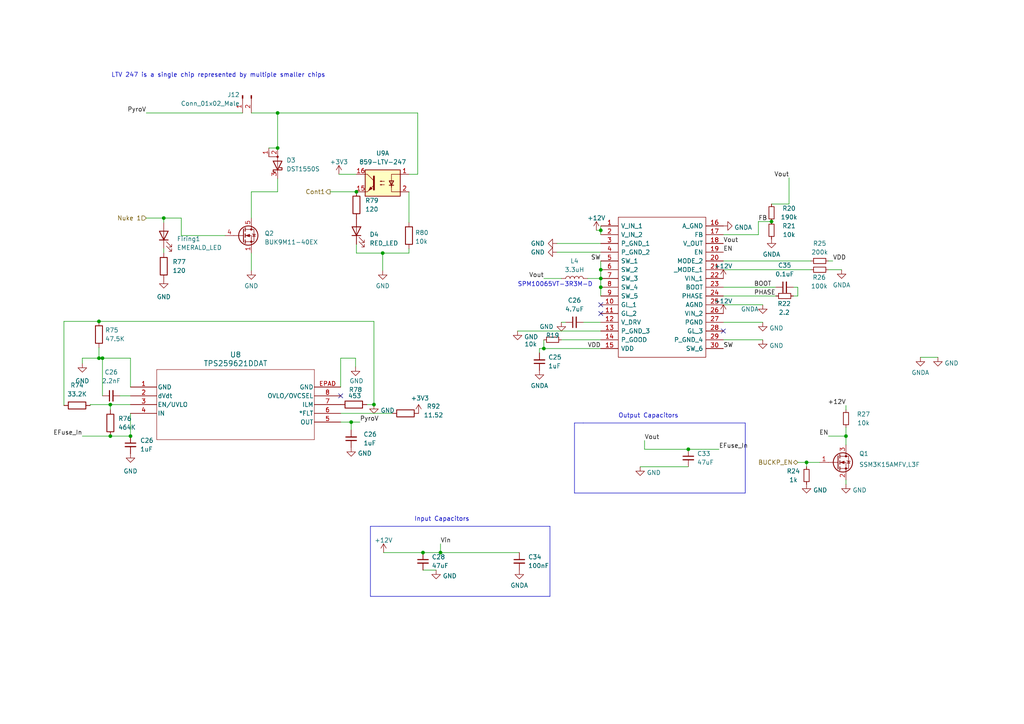
<source format=kicad_sch>
(kicad_sch (version 20230121) (generator eeschema)
  (paper "A4")
  (lib_symbols
    (symbol "Connector:Conn_01x02_Male" (pin_names (offset 1.016) hide)
      (property "Reference" "J" (at 0 2.54 0))
      (property "Value" "Conn_01x02_Male" (at 0 -5.08 0))
      (symbol "Conn_01x02_Male_1_1"
        (polyline (pts (xy 1.27 -2.54) (xy 0.8636 -2.54)) (stroke (width 0.1524)))
        (polyline (pts (xy 1.27 0) (xy 0.8636 0)) (stroke (width 0.1524)))
        (rectangle (start 0.8636 -2.413) (end 0 -2.667) (stroke (width 0.1524)) (fill (type outline)))
        (rectangle (start 0.8636 0.127) (end 0 -0.127) (stroke (width 0.1524)) (fill (type outline)))
        (pin passive line (at 5.08 0 180) (length 3.81) (name "Pin_1") (number "1"))
        (pin passive line (at 5.08 -2.54 180) (length 3.81) (name "Pin_2") (number "2"))
      )
    )
    (symbol "Device:C_Small" (pin_numbers hide) (pin_names (offset 0.254) hide)
      (property "Reference" "C" (at 0.254 1.778 0))
      (property "Value" "C_Small" (at 0.254 -2.032 0))
      (symbol "C_Small_0_1"
        (polyline (pts (xy -1.524 -0.508) (xy 1.524 -0.508)) (stroke (width 0.3302)))
        (polyline (pts (xy -1.524 0.508) (xy 1.524 0.508)) (stroke (width 0.3048)))
      )
      (symbol "C_Small_1_1"
        (pin passive line (at 0 2.54 270) (length 2.032) (name "~") (number "1"))
        (pin passive line (at 0 -2.54 90) (length 2.032) (name "~") (number "2"))
      )
    )
    (symbol "Device:D_Schottky_AAK" (pin_names (offset 0) hide)
      (property "Reference" "D" (at 0 2.54 0))
      (property "Value" "D_Schottky_AAK" (at 0 -2.54 0))
      (symbol "D_Schottky_AAK_0_1"
        (polyline (pts (xy 1.27 1.27) (xy 1.27 -1.27) (xy -1.27 0) (xy 1.27 1.27)) (stroke (width 0.254)))
        (polyline (pts (xy 3.81 2.54) (xy 2.54 2.54) (xy 2.54 0) (xy -1.27 0)))
        (polyline (pts (xy -1.905 0.635) (xy -1.905 1.27) (xy -1.27 1.27) (xy -1.27 -1.27) (xy -0.635 -1.27) (xy -0.635 -0.635)) (stroke (width 0.254)))
        (circle (center 2.54 0) (radius 0.254) (fill (type outline)))
      )
      (symbol "D_Schottky_AAK_1_1"
        (pin passive line (at 5.08 2.54 180) (length 2.54) (name "A") (number "1"))
        (pin passive line (at 5.08 0 180) (length 2.54) (name "A") (number "2"))
        (pin passive line (at -3.81 0 0) (length 2.54) (name "K") (number "3"))
      )
    )
    (symbol "Device:L" (pin_numbers hide) (pin_names (offset 1.016) hide)
      (property "Reference" "L" (at -1.27 0 90))
      (property "Value" "L" (at 1.905 0 90))
      (symbol "L_0_1"
        (arc (start 0 -2.54) (mid 0.6323 -1.905) (end 0 -1.27))
        (arc (start 0 -1.27) (mid 0.6323 -0.635) (end 0 0))
        (arc (start 0 0) (mid 0.6323 0.635) (end 0 1.27))
        (arc (start 0 1.27) (mid 0.6323 1.905) (end 0 2.54))
      )
      (symbol "L_1_1"
        (pin passive line (at 0 3.81 270) (length 1.27) (name "1") (number "1"))
        (pin passive line (at 0 -3.81 90) (length 1.27) (name "2") (number "2"))
      )
    )
    (symbol "Device:LED" (pin_numbers hide) (pin_names (offset 1.016) hide)
      (property "Reference" "D" (at 0 2.54 0))
      (property "Value" "LED" (at 0 -2.54 0))
      (symbol "LED_0_1"
        (polyline (pts (xy -1.27 -1.27) (xy -1.27 1.27)) (stroke (width 0.254)))
        (polyline (pts (xy -1.27 0) (xy 1.27 0)))
        (polyline (pts (xy 1.27 -1.27) (xy 1.27 1.27) (xy -1.27 0) (xy 1.27 -1.27)) (stroke (width 0.254)))
        (polyline (pts (xy -3.048 -0.762) (xy -4.572 -2.286) (xy -3.81 -2.286) (xy -4.572 -2.286) (xy -4.572 -1.524)))
        (polyline (pts (xy -1.778 -0.762) (xy -3.302 -2.286) (xy -2.54 -2.286) (xy -3.302 -2.286) (xy -3.302 -1.524)))
      )
      (symbol "LED_1_1"
        (pin passive line (at -3.81 0 0) (length 2.54) (name "K") (number "1"))
        (pin passive line (at 3.81 0 180) (length 2.54) (name "A") (number "2"))
      )
    )
    (symbol "Device:Q_NMOS_GSD" (pin_names (offset 0) hide)
      (property "Reference" "Q" (at 5.08 1.27 0))
      (property "Value" "Q_NMOS_GSD" (at 5.08 -1.27 0))
      (symbol "Q_NMOS_GSD_0_1"
        (polyline (pts (xy 0.254 0) (xy -2.54 0)))
        (polyline (pts (xy 0.254 1.905) (xy 0.254 -1.905)) (stroke (width 0.254)))
        (polyline (pts (xy 0.762 -1.27) (xy 0.762 -2.286)) (stroke (width 0.254)))
        (polyline (pts (xy 0.762 0.508) (xy 0.762 -0.508)) (stroke (width 0.254)))
        (polyline (pts (xy 0.762 2.286) (xy 0.762 1.27)) (stroke (width 0.254)))
        (polyline (pts (xy 2.54 2.54) (xy 2.54 1.778)))
        (polyline (pts (xy 2.54 -2.54) (xy 2.54 0) (xy 0.762 0)))
        (polyline (pts (xy 0.762 -1.778) (xy 3.302 -1.778) (xy 3.302 1.778) (xy 0.762 1.778)))
        (polyline (pts (xy 1.016 0) (xy 2.032 0.381) (xy 2.032 -0.381) (xy 1.016 0)) (fill (type outline)))
        (polyline (pts (xy 2.794 0.508) (xy 2.921 0.381) (xy 3.683 0.381) (xy 3.81 0.254)))
        (polyline (pts (xy 3.302 0.381) (xy 2.921 -0.254) (xy 3.683 -0.254) (xy 3.302 0.381)))
        (circle (center 1.651 0) (radius 2.794) (stroke (width 0.254)))
        (circle (center 2.54 -1.778) (radius 0.254) (fill (type outline)))
        (circle (center 2.54 1.778) (radius 0.254) (fill (type outline)))
      )
      (symbol "Q_NMOS_GSD_1_1"
        (pin input line (at -5.08 0 0) (length 2.54) (name "G") (number "1"))
        (pin passive line (at 2.54 -5.08 90) (length 2.54) (name "S") (number "2"))
        (pin passive line (at 2.54 5.08 270) (length 2.54) (name "D") (number "3"))
      )
    )
    (symbol "Device:R" (pin_numbers hide) (pin_names (offset 0))
      (property "Reference" "R" (at 2.032 0 90))
      (property "Value" "R" (at 0 0 90))
      (symbol "R_0_1"
        (rectangle (start -1.016 -2.54) (end 1.016 2.54) (stroke (width 0.254)))
      )
      (symbol "R_1_1"
        (pin passive line (at 0 3.81 270) (length 1.27) (name "~") (number "1"))
        (pin passive line (at 0 -3.81 90) (length 1.27) (name "~") (number "2"))
      )
    )
    (symbol "Device:R_Small" (pin_numbers hide) (pin_names (offset 0.254) hide)
      (property "Reference" "R" (at 0.762 0.508 0))
      (property "Value" "R_Small" (at 0.762 -1.016 0))
      (symbol "R_Small_0_1"
        (rectangle (start -0.762 1.778) (end 0.762 -1.778) (stroke (width 0.2032)))
      )
      (symbol "R_Small_1_1"
        (pin passive line (at 0 2.54 270) (length 0.762) (name "~") (number "1"))
        (pin passive line (at 0 -2.54 90) (length 0.762) (name "~") (number "2"))
      )
    )
    (symbol "EFuse:TPS259621DDAT" (pin_names (offset 0.254))
      (property "Reference" "U" (at 30.48 10.16 0))
      (property "Value" "TPS259621DDAT" (at 30.48 7.62 0))
      (symbol "TPS259621DDAT_0_1"
        (polyline (pts (xy 7.62 -15.24) (xy 53.34 -15.24)) (stroke (width 0.127)))
        (polyline (pts (xy 7.62 5.08) (xy 7.62 -15.24)) (stroke (width 0.127)))
        (polyline (pts (xy 53.34 -15.24) (xy 53.34 5.08)) (stroke (width 0.127)))
        (polyline (pts (xy 53.34 5.08) (xy 7.62 5.08)) (stroke (width 0.127)))
        (pin power_out line (at 0 0 0) (length 7.62) (name "GND") (number "1"))
        (pin output line (at 0 -2.54 0) (length 7.62) (name "dVdt") (number "2"))
        (pin input line (at 0 -5.08 0) (length 7.62) (name "EN/UVLO") (number "3"))
        (pin power_in line (at 0 -7.62 0) (length 7.62) (name "IN") (number "4"))
        (pin output line (at 60.96 -10.16 180) (length 7.62) (name "OUT") (number "5"))
        (pin output line (at 60.96 -7.62 180) (length 7.62) (name "*FLT") (number "6"))
        (pin output line (at 60.96 -5.08 180) (length 7.62) (name "ILM") (number "7"))
        (pin input line (at 60.96 -2.54 180) (length 7.62) (name "OVLO/OVCSEL") (number "8"))
        (pin power_out line (at 60.96 0 180) (length 7.62) (name "GND") (number "EPAD"))
      )
    )
    (symbol "Isolator:LTV-247"
      (property "Reference" "U" (at -5.08 5.08 0))
      (property "Value" "LTV-247" (at 0 5.08 0))
      (symbol "LTV-247_0_1"
        (rectangle (start -5.08 3.81) (end 5.08 -3.81) (stroke (width 0.254)) (fill (type background)))
        (polyline (pts (xy -3.175 -0.635) (xy -1.905 -0.635)) (stroke (width 0.254)))
        (polyline (pts (xy 2.54 0.635) (xy 4.445 2.54)))
        (polyline (pts (xy 4.445 -2.54) (xy 2.54 -0.635)) (fill (type outline)))
        (polyline (pts (xy 4.445 -2.54) (xy 5.08 -2.54)))
        (polyline (pts (xy 4.445 2.54) (xy 5.08 2.54)))
        (polyline (pts (xy -2.54 -0.635) (xy -2.54 -2.54) (xy -5.08 -2.54)))
        (polyline (pts (xy 2.54 1.905) (xy 2.54 -1.905) (xy 2.54 -1.905)) (stroke (width 0.508)))
        (polyline (pts (xy -5.08 2.54) (xy -2.54 2.54) (xy -2.54 -1.27) (xy -2.54 0.635)))
        (polyline (pts (xy -2.54 -0.635) (xy -3.175 0.635) (xy -1.905 0.635) (xy -2.54 -0.635)) (stroke (width 0.254)))
        (polyline (pts (xy -0.508 -0.508) (xy 0.762 -0.508) (xy 0.381 -0.635) (xy 0.381 -0.381) (xy 0.762 -0.508)))
        (polyline (pts (xy -0.508 0.508) (xy 0.762 0.508) (xy 0.381 0.381) (xy 0.381 0.635) (xy 0.762 0.508)))
        (polyline (pts (xy 3.048 -1.651) (xy 3.556 -1.143) (xy 4.064 -2.159) (xy 3.048 -1.651) (xy 3.048 -1.651)) (fill (type outline)))
      )
      (symbol "LTV-247_1_1"
        (pin passive line (at -7.62 2.54 0) (length 2.54) (name "~") (number "1"))
        (pin passive line (at 7.62 -2.54 180) (length 2.54) (name "~") (number "15"))
        (pin passive line (at 7.62 2.54 180) (length 2.54) (name "~") (number "16"))
        (pin passive line (at -7.62 -2.54 0) (length 2.54) (name "~") (number "2"))
      )
      (symbol "LTV-247_2_1"
        (pin passive line (at 7.62 -2.54 180) (length 2.54) (name "~") (number "13"))
        (pin passive line (at 7.62 2.54 180) (length 2.54) (name "~") (number "14"))
        (pin passive line (at -7.62 2.54 0) (length 2.54) (name "~") (number "3"))
        (pin passive line (at -7.62 -2.54 0) (length 2.54) (name "~") (number "4"))
      )
      (symbol "LTV-247_3_1"
        (pin passive line (at 7.62 -2.54 180) (length 2.54) (name "~") (number "11"))
        (pin passive line (at 7.62 2.54 180) (length 2.54) (name "~") (number "12"))
        (pin passive line (at -7.62 2.54 0) (length 2.54) (name "~") (number "5"))
        (pin passive line (at -7.62 -2.54 0) (length 2.54) (name "~") (number "6"))
      )
      (symbol "LTV-247_4_1"
        (pin passive line (at 7.62 2.54 180) (length 2.54) (name "~") (number "10"))
        (pin passive line (at -7.62 2.54 0) (length 2.54) (name "~") (number "7"))
        (pin passive line (at -7.62 -2.54 0) (length 2.54) (name "~") (number "8"))
        (pin passive line (at 7.62 -2.54 180) (length 2.54) (name "~") (number "9"))
      )
    )
    (symbol "Transistor_FET:BUK9M11-40EX" (pin_names hide)
      (property "Reference" "Q" (at 5.08 1.905 0))
      (property "Value" "BUK9M11-40EX" (at 5.08 0 0))
      (symbol "BUK9M11-40EX_0_1"
        (polyline (pts (xy 0.254 0) (xy -2.54 0)))
        (polyline (pts (xy 0.254 1.905) (xy 0.254 -1.905)) (stroke (width 0.254)))
        (polyline (pts (xy 0.762 -1.27) (xy 0.762 -2.286)) (stroke (width 0.254)))
        (polyline (pts (xy 0.762 0.508) (xy 0.762 -0.508)) (stroke (width 0.254)))
        (polyline (pts (xy 0.762 2.286) (xy 0.762 1.27)) (stroke (width 0.254)))
        (polyline (pts (xy 2.54 2.54) (xy 2.54 1.778)))
        (polyline (pts (xy 2.54 -2.54) (xy 2.54 0) (xy 0.762 0)))
        (polyline (pts (xy 0.762 -1.778) (xy 3.302 -1.778) (xy 3.302 1.778) (xy 0.762 1.778)))
        (polyline (pts (xy 1.016 0) (xy 2.032 0.381) (xy 2.032 -0.381) (xy 1.016 0)) (fill (type outline)))
        (polyline (pts (xy 2.794 0.508) (xy 2.921 0.381) (xy 3.683 0.381) (xy 3.81 0.254)))
        (polyline (pts (xy 3.302 0.381) (xy 2.921 -0.254) (xy 3.683 -0.254) (xy 3.302 0.381)))
        (circle (center 1.651 0) (radius 2.794) (stroke (width 0.254)))
        (circle (center 2.54 -1.778) (radius 0.254) (fill (type outline)))
        (circle (center 2.54 1.778) (radius 0.254) (fill (type outline)))
      )
      (symbol "BUK9M11-40EX_1_1"
        (pin passive line (at 2.54 -5.08 90) (length 2.54) (name "S") (number "1"))
        (pin passive line (at 2.54 -5.08 90) (length 2.54) hide (name "S") (number "2"))
        (pin passive line (at 2.54 -5.08 90) (length 2.54) hide (name "S") (number "3"))
        (pin passive line (at -5.08 0 0) (length 2.54) (name "G") (number "4"))
        (pin passive line (at 2.54 5.08 270) (length 2.54) (name "D") (number "5"))
      )
    )
    (symbol "iclr:SiC437BED-T1-GE3" (pin_names (offset 0.762))
      (property "Reference" "IC" (at 31.75 7.62 0))
      (property "Value" "SiC437BED-T1-GE3" (at 31.75 5.08 0))
      (symbol "SiC437BED-T1-GE3_0_0"
        (pin passive line (at 0 0 0) (length 5.08) (name "V_IN_1") (number "1"))
        (pin passive line (at 0 -22.86 0) (length 5.08) (name "GL_1") (number "10"))
        (pin passive line (at 0 -25.4 0) (length 5.08) (name "GL_2") (number "11"))
        (pin passive line (at 0 -27.94 0) (length 5.08) (name "V_DRV") (number "12"))
        (pin passive line (at 0 -30.48 0) (length 5.08) (name "P_GND_3") (number "13"))
        (pin passive line (at 0 -33.02 0) (length 5.08) (name "P_GOOD") (number "14"))
        (pin passive line (at 0 -35.56 0) (length 5.08) (name "VDD") (number "15"))
        (pin passive line (at 35.56 0 180) (length 5.08) (name "A_GND") (number "16"))
        (pin passive line (at 35.56 -2.54 180) (length 5.08) (name "FB") (number "17"))
        (pin passive line (at 35.56 -5.08 180) (length 5.08) (name "V_OUT") (number "18"))
        (pin passive line (at 35.56 -7.62 180) (length 5.08) (name "EN") (number "19"))
        (pin passive line (at 0 -2.54 0) (length 5.08) (name "V_IN_2") (number "2"))
        (pin passive line (at 35.56 -10.16 180) (length 5.08) (name "MODE_2") (number "20"))
        (pin passive line (at 35.56 -12.7 180) (length 5.08) (name "_MODE_1") (number "21"))
        (pin passive line (at 35.56 -15.24 180) (length 5.08) (name "VIN_1") (number "22"))
        (pin passive line (at 35.56 -17.78 180) (length 5.08) (name "BOOT") (number "23"))
        (pin passive line (at 35.56 -20.32 180) (length 5.08) (name "PHASE") (number "24"))
        (pin passive line (at 35.56 -22.86 180) (length 5.08) (name "AGND") (number "25"))
        (pin passive line (at 35.56 -25.4 180) (length 5.08) (name "VIN_2") (number "26"))
        (pin passive line (at 35.56 -27.94 180) (length 5.08) (name "PGND") (number "27"))
        (pin passive line (at 35.56 -30.48 180) (length 5.08) (name "GL_3") (number "28"))
        (pin passive line (at 35.56 -33.02 180) (length 5.08) (name "P_GND_4") (number "29"))
        (pin passive line (at 0 -5.08 0) (length 5.08) (name "P_GND_1") (number "3"))
        (pin passive line (at 35.56 -35.56 180) (length 5.08) (name "SW_6") (number "30"))
        (pin passive line (at 0 -7.62 0) (length 5.08) (name "P_GND_2") (number "4"))
        (pin passive line (at 0 -10.16 0) (length 5.08) (name "SW_1") (number "5"))
        (pin passive line (at 0 -12.7 0) (length 5.08) (name "SW_2") (number "6"))
        (pin passive line (at 0 -15.24 0) (length 5.08) (name "SW_3") (number "7"))
        (pin passive line (at 0 -17.78 0) (length 5.08) (name "SW_4") (number "8"))
        (pin passive line (at 0 -20.32 0) (length 5.08) (name "SW_5") (number "9"))
      )
      (symbol "SiC437BED-T1-GE3_0_1"
        (polyline (pts (xy 5.08 2.54) (xy 30.48 2.54) (xy 30.48 -38.1) (xy 5.08 -38.1) (xy 5.08 2.54)) (stroke (width 0.1524)))
      )
    )
    (symbol "power:+12V" (power) (pin_names (offset 0))
      (property "Value" "+12V" (at 0 3.556 0))
      (symbol "+12V_0_1"
        (polyline (pts (xy -0.762 1.27) (xy 0 2.54)))
        (polyline (pts (xy 0 0) (xy 0 2.54)))
        (polyline (pts (xy 0 2.54) (xy 0.762 1.27)))
      )
      (symbol "+12V_1_1"
        (pin power_in line (at 0 0 90) (length 0) hide (name "+12V") (number "1"))
      )
    )
    (symbol "power:+3.3V" (power) (pin_names (offset 0))
      (property "Value" "+3.3V" (at 0 3.556 0))
      (symbol "+3.3V_0_1"
        (polyline (pts (xy -0.762 1.27) (xy 0 2.54)))
        (polyline (pts (xy 0 0) (xy 0 2.54)))
        (polyline (pts (xy 0 2.54) (xy 0.762 1.27)))
      )
      (symbol "+3.3V_1_1"
        (pin power_in line (at 0 0 90) (length 0) hide (name "+3V3") (number "1"))
      )
    )
    (symbol "power:+3V3" (power) (pin_names (offset 0))
      (property "Value" "+3V3" (at 0 3.556 0))
      (symbol "+3V3_0_1"
        (polyline (pts (xy -0.762 1.27) (xy 0 2.54)))
        (polyline (pts (xy 0 0) (xy 0 2.54)))
        (polyline (pts (xy 0 2.54) (xy 0.762 1.27)))
      )
      (symbol "+3V3_1_1"
        (pin power_in line (at 0 0 90) (length 0) hide (name "+3V3") (number "1"))
      )
    )
    (symbol "power:GND" (power) (pin_names (offset 0))
      (property "Value" "GND" (at 0 -3.81 0))
      (symbol "GND_0_1"
        (polyline (pts (xy 0 0) (xy 0 -1.27) (xy 1.27 -1.27) (xy 0 -2.54) (xy -1.27 -1.27) (xy 0 -1.27)))
      )
      (symbol "GND_1_1"
        (pin power_in line (at 0 0 270) (length 0) hide (name "GND") (number "1"))
      )
    )
    (symbol "power:GNDA" (power) (pin_names (offset 0))
      (property "Value" "GNDA" (at 0 -3.81 0))
      (symbol "GNDA_0_1"
        (polyline (pts (xy 0 0) (xy 0 -1.27) (xy 1.27 -1.27) (xy 0 -2.54) (xy -1.27 -1.27) (xy 0 -1.27)))
      )
      (symbol "GNDA_1_1"
        (pin power_in line (at 0 0 270) (length 0) hide (name "GNDA") (number "1"))
      )
    )
  )
  (junction (at 223.774 64.262))
  (junction (at 233.934 134.112))
  (junction (at 29.718 103.886))
  (junction (at 28.702 103.886))
  (junction (at 103.378 55.626))
  (junction (at 101.854 122.428))
  (junction (at 80.518 42.926))
  (junction (at 245.364 126.492))
  (junction (at 157.734 101.092))
  (junction (at 127.762 160.274))
  (junction (at 174.244 83.312))
  (junction (at 32.004 117.348))
  (junction (at 174.244 66.802))
  (junction (at 174.244 80.772))
  (junction (at 174.244 78.232))
  (junction (at 37.846 126.492))
  (junction (at 80.518 32.766))
  (junction (at 28.702 93.218))
  (junction (at 47.498 63.246))
  (junction (at 199.644 130.302))
  (junction (at 32.004 126.492))
  (junction (at 122.682 160.274))
  (junction (at 110.998 73.406))
  (junction (at 108.458 117.348))
  (no_connect (at 174.244 90.932))
  (no_connect (at 174.244 88.392))
  (no_connect (at 209.804 96.012))
  (no_connect (at 98.806 114.808))
  (wire (pts (xy 52.578 68.326) (xy 65.278 68.326)))
  (wire (pts (xy 156.464 101.092) (xy 156.464 102.362)))
  (wire (pts (xy 121.158 50.546) (xy 118.618 50.546)))
  (wire (pts (xy 186.944 130.302) (xy 199.644 130.302)))
  (wire (pts (xy 228.854 51.562) (xy 228.854 59.182)))
  (polyline (pts (xy 159.512 152.654) (xy 159.512 172.974)))
  (wire (pts (xy 174.244 83.312) (xy 174.244 85.852)))
  (wire (pts (xy 52.578 63.246) (xy 52.578 68.326)))
  (wire (pts (xy 185.674 135.382) (xy 199.644 135.382)))
  (wire (pts (xy 26.162 117.348) (xy 26.162 117.602)))
  (wire (pts (xy 80.518 32.766) (xy 121.158 32.766)))
  (wire (pts (xy 98.298 50.546) (xy 103.378 50.546)))
  (wire (pts (xy 169.164 93.472) (xy 174.244 93.472)))
  (wire (pts (xy 37.846 119.888) (xy 37.846 126.492)))
  (polyline (pts (xy 166.624 122.682) (xy 169.164 122.682)))
  (wire (pts (xy 47.498 63.246) (xy 52.578 63.246)))
  (wire (pts (xy 47.498 72.136) (xy 47.498 73.406)))
  (wire (pts (xy 72.898 73.406) (xy 72.898 78.486)))
  (wire (pts (xy 72.898 55.626) (xy 72.898 63.246)))
  (wire (pts (xy 219.964 64.262) (xy 223.774 64.262)))
  (wire (pts (xy 98.806 119.888) (xy 113.792 119.888)))
  (wire (pts (xy 209.804 68.072) (xy 219.964 68.072)))
  (wire (pts (xy 161.544 73.152) (xy 174.244 73.152)))
  (wire (pts (xy 245.364 123.952) (xy 245.364 126.492)))
  (wire (pts (xy 231.394 83.312) (xy 231.394 85.852)))
  (wire (pts (xy 118.618 72.136) (xy 118.618 73.406)))
  (wire (pts (xy 233.934 135.382) (xy 233.934 134.112)))
  (wire (pts (xy 150.114 96.012) (xy 174.244 96.012)))
  (wire (pts (xy 37.846 103.886) (xy 29.718 103.886)))
  (wire (pts (xy 157.734 101.092) (xy 156.464 101.092)))
  (wire (pts (xy 228.854 59.182) (xy 223.774 59.182)))
  (wire (pts (xy 111.252 160.274) (xy 122.682 160.274)))
  (wire (pts (xy 245.364 129.032) (xy 245.364 126.492)))
  (polyline (pts (xy 166.624 143.002) (xy 166.624 122.682)))
  (wire (pts (xy 221.234 98.552) (xy 209.804 98.552)))
  (wire (pts (xy 103.378 73.406) (xy 110.998 73.406)))
  (wire (pts (xy 72.898 32.766) (xy 80.518 32.766)))
  (wire (pts (xy 37.846 117.348) (xy 32.004 117.348)))
  (wire (pts (xy 172.974 66.802) (xy 174.244 66.802)))
  (wire (pts (xy 42.418 32.766) (xy 70.358 32.766)))
  (wire (pts (xy 161.544 70.612) (xy 174.244 70.612)))
  (wire (pts (xy 231.394 85.852) (xy 230.124 85.852)))
  (wire (pts (xy 221.234 93.472) (xy 209.804 93.472)))
  (wire (pts (xy 80.518 32.766) (xy 80.518 42.926)))
  (wire (pts (xy 106.426 117.348) (xy 108.458 117.348)))
  (wire (pts (xy 219.964 64.262) (xy 219.964 68.072)))
  (wire (pts (xy 240.284 75.692) (xy 241.554 75.692)))
  (wire (pts (xy 23.876 126.492) (xy 32.004 126.492)))
  (wire (pts (xy 32.004 117.348) (xy 26.162 117.348)))
  (wire (pts (xy 231.394 134.112) (xy 233.934 134.112)))
  (polyline (pts (xy 109.982 152.654) (xy 159.512 152.654)))
  (polyline (pts (xy 159.512 172.974) (xy 107.442 172.974)))
  (wire (pts (xy 231.394 83.312) (xy 230.124 83.312)))
  (wire (pts (xy 127.762 157.734) (xy 127.762 160.274)))
  (wire (pts (xy 98.806 112.268) (xy 98.806 103.886)))
  (wire (pts (xy 157.734 80.772) (xy 162.814 80.772)))
  (wire (pts (xy 42.418 63.246) (xy 47.498 63.246)))
  (polyline (pts (xy 216.154 122.682) (xy 216.154 143.002)))
  (wire (pts (xy 221.234 88.392) (xy 209.804 88.392)))
  (wire (pts (xy 235.204 78.232) (xy 209.804 78.232)))
  (wire (pts (xy 209.804 85.852) (xy 225.044 85.852)))
  (wire (pts (xy 174.244 78.232) (xy 174.244 80.772)))
  (wire (pts (xy 77.978 42.926) (xy 80.518 42.926)))
  (wire (pts (xy 157.734 98.552) (xy 157.734 101.092)))
  (wire (pts (xy 174.244 66.802) (xy 174.244 68.072)))
  (wire (pts (xy 233.934 134.112) (xy 237.744 134.112)))
  (wire (pts (xy 122.682 160.274) (xy 127.762 160.274)))
  (wire (pts (xy 47.498 63.246) (xy 47.498 64.516)))
  (wire (pts (xy 157.734 101.092) (xy 174.244 101.092)))
  (wire (pts (xy 199.644 130.302) (xy 208.534 130.302)))
  (wire (pts (xy 101.854 122.428) (xy 104.394 122.428)))
  (wire (pts (xy 28.702 93.218) (xy 108.458 93.218)))
  (wire (pts (xy 32.004 126.492) (xy 37.846 126.492)))
  (wire (pts (xy 245.364 118.872) (xy 245.364 117.602)))
  (wire (pts (xy 174.244 65.532) (xy 174.244 66.802)))
  (wire (pts (xy 37.846 112.268) (xy 37.846 103.886)))
  (wire (pts (xy 240.284 78.232) (xy 244.094 78.232)))
  (wire (pts (xy 209.804 83.312) (xy 225.044 83.312)))
  (wire (pts (xy 245.364 140.462) (xy 245.364 139.192)))
  (wire (pts (xy 162.814 93.472) (xy 164.084 93.472)))
  (wire (pts (xy 110.998 73.406) (xy 110.998 78.486)))
  (wire (pts (xy 235.204 75.692) (xy 209.804 75.692)))
  (polyline (pts (xy 107.442 152.654) (xy 109.982 152.654)))
  (wire (pts (xy 240.284 126.492) (xy 245.364 126.492)))
  (wire (pts (xy 121.158 32.766) (xy 121.158 50.546)))
  (wire (pts (xy 108.458 93.218) (xy 108.458 117.348)))
  (wire (pts (xy 29.718 103.886) (xy 29.718 114.808)))
  (wire (pts (xy 18.542 117.602) (xy 18.542 93.218)))
  (wire (pts (xy 103.378 70.866) (xy 103.378 73.406)))
  (wire (pts (xy 34.798 114.808) (xy 37.846 114.808)))
  (polyline (pts (xy 169.164 122.682) (xy 216.154 122.682)))
  (wire (pts (xy 110.998 73.406) (xy 118.618 73.406)))
  (wire (pts (xy 98.806 122.428) (xy 101.854 122.428)))
  (wire (pts (xy 101.854 122.428) (xy 101.854 124.714)))
  (wire (pts (xy 162.814 98.552) (xy 174.244 98.552)))
  (wire (pts (xy 28.702 100.838) (xy 28.702 103.886)))
  (wire (pts (xy 98.806 103.886) (xy 103.124 103.886)))
  (polyline (pts (xy 216.154 143.002) (xy 166.624 143.002)))
  (wire (pts (xy 118.618 55.626) (xy 118.618 64.516)))
  (wire (pts (xy 32.004 117.348) (xy 32.004 118.872)))
  (wire (pts (xy 80.518 51.816) (xy 80.518 55.626)))
  (polyline (pts (xy 107.442 172.974) (xy 107.442 152.654)))
  (wire (pts (xy 127.762 160.274) (xy 150.622 160.274)))
  (wire (pts (xy 18.542 93.218) (xy 28.702 93.218)))
  (wire (pts (xy 29.718 103.886) (xy 28.702 103.886)))
  (wire (pts (xy 266.954 103.632) (xy 272.034 103.632)))
  (wire (pts (xy 23.876 103.886) (xy 28.702 103.886)))
  (wire (pts (xy 174.244 75.692) (xy 174.244 78.232)))
  (wire (pts (xy 170.434 80.772) (xy 174.244 80.772)))
  (wire (pts (xy 186.944 127.762) (xy 186.944 130.302)))
  (wire (pts (xy 103.124 103.886) (xy 103.124 106.426)))
  (wire (pts (xy 72.898 55.626) (xy 80.518 55.626)))
  (wire (pts (xy 23.876 103.886) (xy 23.876 105.41)))
  (wire (pts (xy 174.244 80.772) (xy 174.244 83.312)))
  (wire (pts (xy 95.758 55.626) (xy 103.378 55.626)))
  (wire (pts (xy 122.682 165.354) (xy 126.492 165.354)))
  (text "SPM10065VT-3R3M-D" (at 150.114 83.312 0) (effects (font (size 1.27 1.27)) (justify left bottom)))
  (text "LTV 247 is a single chip represented by multiple smaller chips" (at 32.258 22.606 0) (effects (font (size 1.27 1.27)) (justify left bottom)))
  (text "Input Capacitors\n" (at 120.142 151.384 0) (effects (font (size 1.27 1.27)) (justify left bottom)))
  (text "Output Capacitors\n" (at 179.324 121.412 0) (effects (font (size 1.27 1.27)) (justify left bottom)))
  (label "EN" (at 240.284 126.492 180))
  (label "FB" (at 219.964 64.262 0))
  (label "EFuse_In" (at 23.876 126.492 180))
  (label "Vout" (at 228.854 51.562 180))
  (label "Vout" (at 186.944 127.762 0))
  (label "PyroV" (at 104.394 122.428 0))
  (label "BOOT" (at 223.774 83.312 180))
  (label "+12V" (at 245.364 117.602 180))
  (label "EN" (at 209.804 73.152 0))
  (label "VDD" (at 241.554 75.692 0))
  (label "Vin" (at 127.762 157.734 0))
  (label "EFuse_In" (at 208.534 130.302 0))
  (label "VDD" (at 174.244 101.092 180))
  (label "SW" (at 209.804 101.092 0))
  (label "PHASE" (at 218.694 85.852 0))
  (label "PyroV" (at 42.418 32.766 180))
  (label "Vout" (at 157.734 80.772 180))
  (label "Vout" (at 209.804 70.612 0))
  (label "SW" (at 174.244 75.692 180))
  (hierarchical_label "Cont1" (shape output) (at 95.758 55.626 180))
  (hierarchical_label "Nuke 1" (shape input) (at 42.418 63.246 180))
  (hierarchical_label "BUCKP_EN" (shape bidirectional) (at 231.394 134.112 180))
  (symbol (lib_id "Connector:Conn_01x02_Male") (at 70.358 27.686 90) (mirror x) (unit 1)
    (property "Reference" "J12" (at 69.5198 27.4863 90) (effects (justify left)))
    (property "Value" "Conn_01x02_Male" (at 69.5198 30.0232 90) (effects (justify left)))
    (property "Footprint" "TerminalBlock_Phoenix:TerminalBlock_Phoenix_PT-1,5-2-3.5-H_1x02_P3.50mm_Horizontal" (effects hide))
  )
  (symbol (lib_id "power:GND") (at 272.034 103.632 0) (unit 1)
    (property "Reference" "#PWR067" (effects hide))
    (property "Value" "GND" (at 273.939 105.3358 0) (effects (justify left)))
    (instances (project "Ricardo-Stark" (path "" (reference "#PWR067") (unit 1)) (path "" (reference "#PWR0167") (unit 1))))
  )
  (symbol (lib_id "power:GNDA") (at 221.234 88.392 0) (unit 1)
    (property "Reference" "#PWR059" (effects hide))
    (property "Value" "GNDA" (at 214.884 89.662 0) (effects (justify left)))
    (instances (project "Ricardo-Stark" (path "" (reference "#PWR059") (unit 1)) (path "" (reference "#PWR0159") (unit 1))))
  )
  (symbol (lib_id "power:+12V") (at 209.804 80.772 0) (unit 1)
    (property "Reference" "#PWR068" (effects hide))
    (property "Value" "+12V" (at 209.804 77.1962 0))
    (instances (project "Ricardo-Stark" (path "" (reference "#PWR068") (unit 1)) (path "" (reference "#PWR0157") (unit 1))))
  )
  (symbol (lib_id "power:GND") (at 126.492 165.354 0) (unit 1)
    (property "Reference" "#PWR064" (effects hide))
    (property "Value" "GND" (at 128.397 167.0578 0) (effects (justify left)))
    (instances (project "Ricardo-Stark" (path "" (reference "#PWR064") (unit 1)) (path "" (reference "#PWR0176") (unit 1))))
  )
  (symbol (lib_id "power:GND") (at 233.934 140.462 0) (unit 1)
    (property "Reference" "#PWR063" (effects hide))
    (property "Value" "GND" (at 235.839 142.1658 0) (effects (justify left)))
    (instances (project "Ricardo-Stark" (path "" (reference "#PWR063") (unit 1)) (path "" (reference "#PWR0163") (unit 1))))
  )
  (symbol (lib_id "Device:R_Small") (at 237.744 75.692 90) (unit 1)
    (property "Reference" "R25" (at 237.744 70.612 90))
    (property "Value" "200k" (at 237.744 73.1489 90))
    (property "Footprint" "Resistor_SMD:R_0402_1005Metric" (effects hide))
    (instances (project "Ricardo-Stark" (path "" (reference "R25") (unit 1)) (path "" (reference "R86") (unit 1))))
  )
  (symbol (lib_id "Device:C_Small") (at 37.846 129.032 0) (unit 1)
    (property "Reference" "C26" (at 40.64 127.7683 0) (effects (justify left)))
    (property "Value" "1uF" (at 40.64 130.3083 0) (effects (justify left)))
    (property "Footprint" "Capacitor_SMD:C_0402_1005Metric" (effects hide))
    (instances (project "Ricardo-Stark" (path "" (reference "C26") (unit 1)) (path "" (reference "C79") (unit 1))))
  )
  (symbol (lib_id "power:GND") (at 150.114 96.012 0) (unit 1)
    (property "Reference" "#PWR048" (effects hide))
    (property "Value" "GND" (at 152.019 97.7158 0) (effects (justify left)))
    (instances (project "Ricardo-Stark" (path "" (reference "#PWR048") (unit 1)) (path "" (reference "#PWR0149") (unit 1))))
  )
  (symbol (lib_id "Device:R_Small") (at 160.274 98.552 90) (unit 1)
    (property "Reference" "R19" (at 160.274 97.282 90))
    (property "Value" "10k" (at 153.924 99.8189 90))
    (property "Footprint" "Resistor_SMD:R_0402_1005Metric" (effects hide))
    (instances (project "Ricardo-Stark" (path "" (reference "R19") (unit 1)) (path "" (reference "R81") (unit 1))))
  )
  (symbol (lib_id "EFuse:TPS259621DDAT") (at 37.846 112.268 0) (unit 1)
    (property "Reference" "U8" (at 68.326 102.87 0) (effects (font (size 1.524 1.524))))
    (property "Value" "TPS259621DDAT" (at 68.326 105.41 0) (effects (font (size 1.524 1.524))))
    (property "Footprint" "EFuse:SO-PP-DDA-8_TEX" (effects hide))
    (property "Datasheet" "https://www.ti.com/lit/ds/symlink/tps2596.pdf?ts=1710588725196&ref_url=https%253A%252F%252Fwww.ti.com%252Fproduct%252FTPS2596" (effects hide))
  )
  (symbol (lib_id "Device:R_Small") (at 223.774 66.802 180) (unit 1)
    (property "Reference" "R21" (at 228.854 65.5351 0))
    (property "Value" "10k" (at 228.854 68.072 0))
    (property "Footprint" "Resistor_SMD:R_0402_1005Metric" (effects hide))
    (instances (project "Ricardo-Stark" (path "" (reference "R21") (unit 1)) (path "" (reference "R83") (unit 1))))
  )
  (symbol (lib_id "power:+12V") (at 172.974 66.802 0) (unit 1)
    (property "Reference" "#PWR068" (effects hide))
    (property "Value" "+12V" (at 172.974 63.2262 0))
    (instances (project "Ricardo-Stark" (path "" (reference "#PWR068") (unit 1)) (path "" (reference "#PWR0154") (unit 1))))
  )
  (symbol (lib_id "Device:C_Small") (at 32.258 114.808 90) (unit 1)
    (property "Reference" "C26" (at 32.2643 107.95 90))
    (property "Value" "2.2nF" (at 32.2643 110.49 90))
    (property "Footprint" "Capacitor_SMD:C_0402_1005Metric" (effects hide))
    (instances (project "Ricardo-Stark" (path "" (reference "C26") (unit 1)) (path "" (reference "C71") (unit 1))))
  )
  (symbol (lib_id "power:GND") (at 103.124 106.426 0) (unit 1)
    (property "Reference" "#PWR048" (effects hide))
    (property "Value" "GND" (at 101.346 110.49 0) (effects (justify left)))
    (instances (project "Ricardo-Stark" (path "" (reference "#PWR048") (unit 1)) (path "" (reference "#PWR0147") (unit 1))))
  )
  (symbol (lib_id "Device:LED") (at 103.378 67.056 90) (unit 1)
    (property "Reference" "D4" (at 107.188 68.0085 90) (effects (justify right)))
    (property "Value" "RED_LED" (at 107.188 70.5485 90) (effects (justify right)))
    (property "Footprint" "LED_SMD:LED_0603_1608Metric" (effects hide))
  )
  (symbol (lib_id "power:GNDA") (at 150.622 165.354 0) (unit 1)
    (property "Reference" "#PWR066" (effects hide))
    (property "Value" "GNDA" (at 150.622 169.7974 0))
    (instances (project "Ricardo-Stark" (path "" (reference "#PWR066") (unit 1)) (path "" (reference "#PWR0177") (unit 1))))
  )
  (symbol (lib_id "power:GND") (at 221.234 93.472 0) (unit 1)
    (property "Reference" "#PWR060" (effects hide))
    (property "Value" "GND" (at 223.139 95.1758 0) (effects (justify left)))
    (instances (project "Ricardo-Stark" (path "" (reference "#PWR060") (unit 1)) (path "" (reference "#PWR0160") (unit 1))))
  )
  (symbol (lib_id "power:GNDA") (at 223.774 69.342 0) (unit 1)
    (property "Reference" "#PWR062" (effects hide))
    (property "Value" "GNDA" (at 223.774 73.7854 0))
    (instances (project "Ricardo-Stark" (path "" (reference "#PWR062") (unit 1)) (path "" (reference "#PWR0162") (unit 1))))
  )
  (symbol (lib_id "power:GND") (at 185.674 135.382 0) (unit 1)
    (property "Reference" "#PWR055" (effects hide))
    (property "Value" "GND" (at 187.579 137.0858 0) (effects (justify left)))
    (instances (project "Ricardo-Stark" (path "" (reference "#PWR055") (unit 1)) (path "" (reference "#PWR0155") (unit 1))))
  )
  (symbol (lib_id "Device:R") (at 28.702 97.028 0) (unit 1)
    (property "Reference" "R75" (at 30.48 95.758 0) (effects (justify left)))
    (property "Value" "47.5K" (at 30.48 98.298 0) (effects (justify left)))
    (property "Footprint" "Resistor_SMD:R_0402_1005Metric" (effects hide))
  )
  (symbol (lib_id "power:GNDA") (at 244.094 78.232 0) (unit 1)
    (property "Reference" "#PWR064" (effects hide))
    (property "Value" "GNDA" (at 244.094 82.6754 0))
    (instances (project "Ricardo-Stark" (path "" (reference "#PWR064") (unit 1)) (path "" (reference "#PWR0164") (unit 1))))
  )
  (symbol (lib_id "Device:C_Small") (at 227.584 83.312 90) (unit 1)
    (property "Reference" "C35" (at 227.5903 76.962 90))
    (property "Value" "0.1uF" (at 227.5903 79.502 90))
    (property "Footprint" "Capacitor_SMD:C_0402_1005Metric" (effects hide))
    (instances (project "Ricardo-Stark" (path "" (reference "C35") (unit 1)) (path "" (reference "C76") (unit 1))))
  )
  (symbol (lib_id "power:+3.3V") (at 121.412 119.888 0) (unit 1)
    (property "Reference" "#PWR09" (effects hide))
    (property "Value" "+3.3V" (at 121.793 115.4938 0))
    (instances (project "Ricardo-Stark" (path "" (reference "#PWR09") (unit 1)) (path "" (reference "#PWR0178") (unit 1))))
  )
  (symbol (lib_id "power:GNDA") (at 209.804 65.532 90) (unit 1)
    (property "Reference" "#PWR058" (effects hide))
    (property "Value" "GNDA" (at 212.979 65.9658 90) (effects (justify right)))
    (instances (project "Ricardo-Stark" (path "" (reference "#PWR058") (unit 1)) (path "" (reference "#PWR0156") (unit 1))))
  )
  (symbol (lib_id "Device:R") (at 118.618 68.326 0) (unit 1)
    (property "Reference" "R80" (at 120.396 67.4913 0) (effects (justify left)))
    (property "Value" "10k" (at 120.396 70.0282 0) (effects (justify left)))
    (property "Footprint" "Resistor_SMD:R_0603_1608Metric" (effects hide))
  )
  (symbol (lib_id "Device:Q_NMOS_GSD") (at 242.824 134.112 0) (unit 1)
    (property "Reference" "Q1" (at 249.174 131.572 0) (effects (justify left)))
    (property "Value" "SSM3K15AMFV,L3F" (at 249.174 134.747 0) (effects (justify left)))
    (property "Footprint" "Package_TO_SOT_SMD:SOT-723" (effects hide))
    (instances (project "Ricardo-Stark" (path "" (reference "Q1") (unit 1)) (path "" (reference "Q3") (unit 1))))
  )
  (symbol (lib_id "Device:LED") (at 47.498 68.326 90) (unit 1)
    (property "Reference" "Firing1" (at 51.308 69.2785 90) (effects (justify right)))
    (property "Value" "EMERALD_LED" (at 51.308 71.8185 90) (effects (justify right)))
    (property "Footprint" "LED_SMD:LED_0402_1005Metric" (effects hide))
  )
  (symbol (lib_id "Device:C_Small") (at 156.464 104.902 180) (unit 1)
    (property "Reference" "C25" (at 159.004 103.6256 0) (effects (justify right)))
    (property "Value" "1uF" (at 159.004 106.1656 0) (effects (justify right)))
    (property "Footprint" "Capacitor_SMD:C_0402_1005Metric" (effects hide))
    (instances (project "Ricardo-Stark" (path "" (reference "C25") (unit 1)) (path "" (reference "C73") (unit 1))))
  )
  (symbol (lib_id "power:GND") (at 161.544 70.612 270) (unit 1)
    (property "Reference" "#PWR050" (effects hide))
    (property "Value" "GND" (at 153.924 70.612 90) (effects (justify left)))
    (instances (project "Ricardo-Stark" (path "" (reference "#PWR050") (unit 1)) (path "" (reference "#PWR0151") (unit 1))))
  )
  (symbol (lib_id "Device:R_Small") (at 245.364 121.412 180) (unit 1)
    (property "Reference" "R27" (at 250.444 120.1451 0))
    (property "Value" "10k" (at 250.444 122.682 0))
    (property "Footprint" "Resistor_SMD:R_0402_1005Metric" (effects hide))
    (instances (project "Ricardo-Stark" (path "" (reference "R27") (unit 1)) (path "" (reference "R88") (unit 1))))
  )
  (symbol (lib_id "Device:R") (at 47.498 77.216 0) (unit 1)
    (property "Reference" "R77" (at 50.038 75.9459 0) (effects (justify left)))
    (property "Value" "120" (at 50.038 78.4859 0) (effects (justify left)))
    (property "Footprint" "Resistor_SMD:R_0402_1005Metric" (effects hide))
  )
  (symbol (lib_id "Device:C_Small") (at 150.622 162.814 0) (unit 1)
    (property "Reference" "C34" (at 153.162 161.5503 0) (effects (justify left)))
    (property "Value" "100nF" (at 153.162 164.0903 0) (effects (justify left)))
    (property "Footprint" "Capacitor_SMD:C_0402_1005Metric" (effects hide))
    (instances (project "Ricardo-Stark" (path "" (reference "C34") (unit 1)) (path "" (reference "C83") (unit 1))))
  )
  (symbol (lib_id "power:+3V3") (at 98.298 50.546 0) (unit 1)
    (property "Reference" "#PWR0145" (effects hide))
    (property "Value" "+3V3" (at 98.298 46.9702 0))
  )
  (symbol (lib_id "power:GND") (at 23.876 105.41 0) (unit 1)
    (property "Reference" "#PWR0142" (effects hide))
    (property "Value" "GND" (at 23.876 110.49 0))
  )
  (symbol (lib_id "Device:D_Schottky_AAK") (at 80.518 48.006 90) (unit 1)
    (property "Reference" "D3" (at 83.058 46.482 90) (effects (justify right)))
    (property "Value" "DST1550S" (at 83.058 49.022 90) (effects (justify right)))
    (property "Footprint" "Package_TO_SOT_SMD:TO-277B" (effects hide))
  )
  (symbol (lib_id "Device:C_Small") (at 122.682 162.814 0) (unit 1)
    (property "Reference" "C28" (at 125.222 161.5503 0) (effects (justify left)))
    (property "Value" "47uF" (at 125.222 164.0903 0) (effects (justify left)))
    (property "Footprint" "Capacitor_SMD:C_1206_3216Metric" (effects hide))
    (instances (project "Ricardo-Stark" (path "" (reference "C28") (unit 1)) (path "" (reference "C80") (unit 1))))
  )
  (symbol (lib_id "power:+12V") (at 111.252 160.274 0) (unit 1)
    (property "Reference" "#PWR063" (effects hide))
    (property "Value" "+12V" (at 111.252 156.6982 0))
    (instances (project "Ricardo-Stark" (path "" (reference "#PWR063") (unit 1)) (path "" (reference "#PWR0175") (unit 1))))
  )
  (symbol (lib_id "Device:R") (at 103.378 59.436 0) (unit 1)
    (property "Reference" "R79" (at 105.918 58.1659 0) (effects (justify left)))
    (property "Value" "120" (at 105.918 60.7059 0) (effects (justify left)))
    (property "Footprint" "Resistor_SMD:R_0603_1608Metric" (effects hide))
  )
  (symbol (lib_id "Device:L") (at 166.624 80.772 90) (unit 1)
    (property "Reference" "L4" (at 166.624 75.692 90))
    (property "Value" "3.3uH" (at 166.624 78.232 90))
    (property "Footprint" "iclr:IND_SRP6540-390M" (effects hide))
    (property "Datasheet" "  (layer \"F.Cu\")" (effects hide))
    (instances (project "Ricardo-Stark" (path "" (reference "L4") (unit 1)) (path "" (reference "L7") (unit 1))))
  )
  (symbol (lib_id "Device:R") (at 22.352 117.602 90) (unit 1)
    (property "Reference" "R74" (at 22.352 111.76 90))
    (property "Value" "33.2K" (at 22.352 114.3 90))
    (property "Footprint" "Resistor_SMD:R_0402_1005Metric" (effects hide))
  )
  (symbol (lib_id "power:+12V") (at 209.804 90.932 0) (unit 1)
    (property "Reference" "#PWR068" (effects hide))
    (property "Value" "+12V" (at 209.804 87.3562 0))
    (instances (project "Ricardo-Stark" (path "" (reference "#PWR068") (unit 1)) (path "" (reference "#PWR0158") (unit 1))))
  )
  (symbol (lib_id "power:GND") (at 108.458 117.348 0) (unit 1)
    (property "Reference" "#PWR048" (effects hide))
    (property "Value" "GND" (at 110.363 119.0518 0) (effects (justify left)))
    (instances (project "Ricardo-Stark" (path "" (reference "#PWR048") (unit 1)) (path "" (reference "#PWR0180") (unit 1))))
  )
  (symbol (lib_id "Device:R_Small") (at 223.774 61.722 180) (unit 1)
    (property "Reference" "R20" (at 228.854 60.452 0))
    (property "Value" "190k" (at 228.854 62.9889 0))
    (property "Footprint" "Resistor_SMD:R_0402_1005Metric" (effects hide))
    (instances (project "Ricardo-Stark" (path "" (reference "R20") (unit 1)) (path "" (reference "R82") (unit 1))))
  )
  (symbol (lib_id "power:GND") (at 72.898 78.486 0) (unit 1)
    (property "Reference" "#PWR0144" (effects hide))
    (property "Value" "GND" (at 72.898 82.9294 0))
  )
  (symbol (lib_id "Device:C_Small") (at 166.624 93.472 90) (unit 1)
    (property "Reference" "C26" (at 166.6303 87.122 90))
    (property "Value" "4.7uF" (at 166.6303 89.662 90))
    (property "Footprint" "Capacitor_SMD:C_0402_1005Metric" (effects hide))
    (instances (project "Ricardo-Stark" (path "" (reference "C26") (unit 1)) (path "" (reference "C74") (unit 1))))
  )
  (symbol (lib_id "Device:R") (at 117.602 119.888 90) (unit 1)
    (property "Reference" "R92" (at 125.73 117.856 90))
    (property "Value" "11.52" (at 125.73 120.396 90))
    (property "Footprint" "Resistor_SMD:R_0402_1005Metric" (effects hide))
  )
  (symbol (lib_id "power:GND") (at 162.814 93.472 0) (unit 1)
    (property "Reference" "#PWR052" (effects hide))
    (property "Value" "GND" (at 156.464 94.742 0) (effects (justify left)))
    (instances (project "Ricardo-Stark" (path "" (reference "#PWR052") (unit 1)) (path "" (reference "#PWR0153") (unit 1))))
  )
  (symbol (lib_id "Isolator:LTV-247") (at 110.998 53.086 0) (mirror y) (unit 1)
    (property "Reference" "U9" (at 110.998 44.45 0))
    (property "Value" "859-LTV-247" (at 110.998 46.99 0))
    (property "Footprint" "Package_DIP:SMDIP-4_W9.53mm" (effects hide))
    (property "Datasheet" "http://optoelectronics.liteon.com/upload/download/DS70-2009-0014/LTV-2X7%20sereis%20Mar17.PDF" (effects hide))
  )
  (symbol (lib_id "Device:R") (at 102.616 117.348 90) (unit 1)
    (property "Reference" "R78" (at 103.124 113.03 90))
    (property "Value" "453" (at 102.87 114.808 90))
    (property "Footprint" "Resistor_SMD:R_0402_1005Metric" (effects hide))
  )
  (symbol (lib_id "power:GNDA") (at 156.464 107.442 0) (unit 1)
    (property "Reference" "#PWR049" (effects hide))
    (property "Value" "GNDA" (at 156.464 111.8854 0))
    (instances (project "Ricardo-Stark" (path "" (reference "#PWR049") (unit 1)) (path "" (reference "#PWR0150") (unit 1))))
  )
  (symbol (lib_id "power:GNDA") (at 266.954 103.632 0) (mirror y) (unit 1)
    (property "Reference" "#PWR066" (effects hide))
    (property "Value" "GNDA" (at 266.954 108.0754 0))
    (instances (project "Ricardo-Stark" (path "" (reference "#PWR066") (unit 1)) (path "" (reference "#PWR0166") (unit 1))))
  )
  (symbol (lib_id "Device:C_Small") (at 199.644 132.842 0) (unit 1)
    (property "Reference" "C33" (at 202.184 131.5783 0) (effects (justify left)))
    (property "Value" "47uF" (at 202.184 134.1183 0) (effects (justify left)))
    (property "Footprint" "Capacitor_SMD:C_1206_3216Metric" (effects hide))
    (instances (project "Ricardo-Stark" (path "" (reference "C33") (unit 1)) (path "" (reference "C75") (unit 1))))
  )
  (symbol (lib_id "Device:R_Small") (at 233.934 137.922 180) (unit 1)
    (property "Reference" "R24" (at 230.124 136.652 0))
    (property "Value" "1k" (at 230.124 139.1889 0))
    (property "Footprint" "Resistor_SMD:R_0402_1005Metric" (effects hide))
    (instances (project "Ricardo-Stark" (path "" (reference "R24") (unit 1)) (path "" (reference "R85") (unit 1))))
  )
  (symbol (lib_id "Device:R") (at 32.004 122.682 0) (unit 1)
    (property "Reference" "R76" (at 34.29 121.412 0) (effects (justify left)))
    (property "Value" "464K" (at 34.29 123.952 0) (effects (justify left)))
    (property "Footprint" "Resistor_SMD:R_0402_1005Metric" (effects hide))
  )
  (symbol (lib_id "power:GND") (at 161.544 73.152 270) (unit 1)
    (property "Reference" "#PWR051" (effects hide))
    (property "Value" "GND" (at 153.924 73.152 90) (effects (justify left)))
    (instances (project "Ricardo-Stark" (path "" (reference "#PWR051") (unit 1)) (path "" (reference "#PWR0152") (unit 1))))
  )
  (symbol (lib_id "power:GND") (at 245.364 140.462 0) (unit 1)
    (property "Reference" "#PWR065" (effects hide))
    (property "Value" "GND" (at 247.269 142.1658 0) (effects (justify left)))
    (instances (project "Ricardo-Stark" (path "" (reference "#PWR065") (unit 1)) (path "" (reference "#PWR0165") (unit 1))))
  )
  (symbol (lib_id "iclr:SiC437BED-T1-GE3") (at 174.244 65.532 0) (unit 1)
    (property "Reference" "U6" (effects hide))
    (property "Value" "SiC437BED-T1-GE3" (effects hide))
    (property "Footprint" "iclr:SiC437BEDT1GE3" (effects hide))
    (property "Datasheet" "https://componentsearchengine.com/Datasheets/1/SiC437BED-T1-GE3.pdf" (effects hide))
    (property "Description" "Switching Voltage Regulators 3-28V 12A 50uA microBUCK MLP44-24" (effects hide))
    (property "Height" "0.8" (effects hide))
    (property "Manufacturer_Name" "Vishay" (effects hide))
    (property "Manufacturer_Part_Number" "SiC437BED-T1-GE3" (effects hide))
    (property "Mouser Part Number" "78-SIC437BED-T1-GE3" (effects hide))
    (property "Mouser Price/Stock" "https://www.mouser.co.uk/ProductDetail/Vishay-Siliconix/SiC437BED-T1-GE3?qs=chTDxNqvsyntp1SKlnHzGA%3D%3D" (effects hide))
    (property "Arrow Part Number" "SIC437BED-T1-GE3" (effects hide))
    (property "Arrow Price/Stock" "https://www.arrow.com/en/products/sic437bed-t1-ge3/vishay" (effects hide))
    (instances (project "Ricardo-Stark" (path "" (reference "U6") (unit 1)) (path "" (reference "U10") (unit 1))))
  )
  (symbol (lib_id "Device:C_Small") (at 101.854 127.254 180) (unit 1)
    (property "Reference" "C26" (at 105.41 125.9776 0) (effects (justify right)))
    (property "Value" "1uF" (at 105.41 128.5176 0) (effects (justify right)))
    (property "Footprint" "Capacitor_SMD:C_0603_1608Metric" (effects hide))
    (instances (project "Ricardo-Stark" (path "" (reference "C26") (unit 1)) (path "" (reference "C72") (unit 1))))
  )
  (symbol (lib_id "power:GND") (at 101.854 129.794 0) (unit 1)
    (property "Reference" "#PWR048" (effects hide))
    (property "Value" "GND" (at 103.759 131.4978 0) (effects (justify left)))
    (instances (project "Ricardo-Stark" (path "" (reference "#PWR048") (unit 1)) (path "" (reference "#PWR0146") (unit 1))))
  )
  (symbol (lib_id "Device:R_Small") (at 237.744 78.232 90) (unit 1)
    (property "Reference" "R26" (at 237.6185 80.464 90))
    (property "Value" "100k" (at 237.6185 83.0009 90))
    (property "Footprint" "Resistor_SMD:R_0402_1005Metric" (effects hide))
    (instances (project "Ricardo-Stark" (path "" (reference "R26") (unit 1)) (path "" (reference "R87") (unit 1))))
  )
  (symbol (lib_id "power:GND") (at 221.234 98.552 0) (unit 1)
    (property "Reference" "#PWR061" (effects hide))
    (property "Value" "GND" (at 223.139 100.2558 0) (effects (justify left)))
    (instances (project "Ricardo-Stark" (path "" (reference "#PWR061") (unit 1)) (path "" (reference "#PWR0161") (unit 1))))
  )
  (symbol (lib_id "Device:R_Small") (at 227.584 85.852 90) (unit 1)
    (property "Reference" "R22" (at 227.4585 88.084 90))
    (property "Value" "2.2" (at 227.4585 90.6209 90))
    (property "Footprint" "Resistor_SMD:R_0402_1005Metric" (effects hide))
    (instances (project "Ricardo-Stark" (path "" (reference "R22") (unit 1)) (path "" (reference "R84") (unit 1))))
  )
  (symbol (lib_id "power:GND") (at 47.498 81.026 0) (unit 1)
    (property "Reference" "#PWR0143" (effects hide))
    (property "Value" "GND" (at 47.498 86.106 0))
  )
  (symbol (lib_id "power:GND") (at 37.846 131.572 0) (unit 1)
    (property "Reference" "#PWR0179" (effects hide))
    (property "Value" "GND" (at 37.846 136.652 0))
  )
  (symbol (lib_id "Transistor_FET:BUK9M11-40EX") (at 70.358 68.326 0) (unit 1)
    (property "Reference" "Q2" (at 76.708 67.691 0) (effects (justify left)))
    (property "Value" "BUK9M11-40EX" (at 76.708 70.231 0) (effects (justify left)))
    (property "Footprint" "Package_TO_SOT_SMD:LFPAK33" (effects hide))
    (property "Datasheet" "https://assets.nexperia.com/documents/data-sheet/BUK9M11-40E.pdf" (effects hide))
  )
  (symbol (lib_id "power:GND") (at 110.998 78.486 0) (unit 1)
    (property "Reference" "#PWR0148" (effects hide))
    (property "Value" "GND" (at 110.998 82.9294 0))
  )
)
</source>
